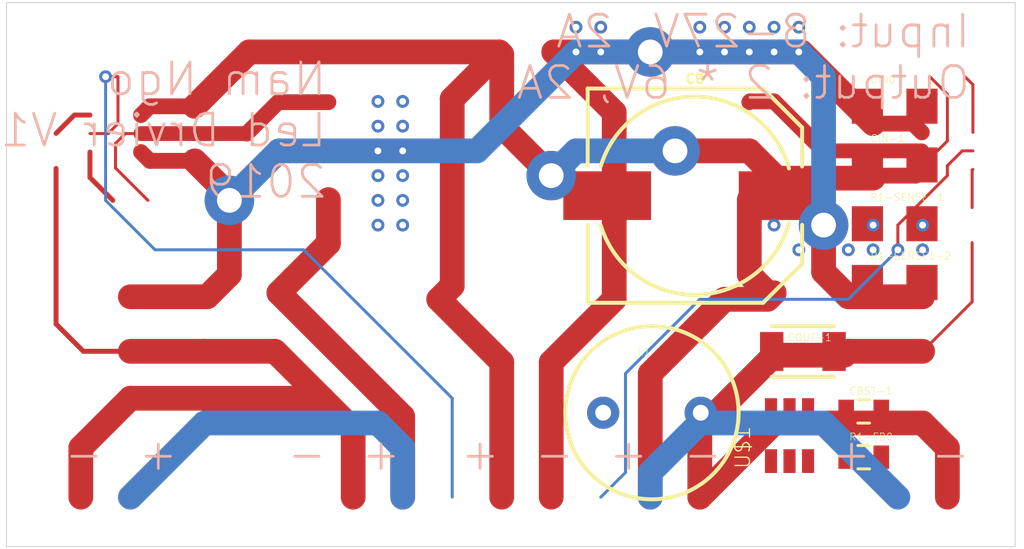
<source format=kicad_pcb>
(kicad_pcb (version 20241229) (generator "pcbnew") (generator_version "9.0")
  (layers (0 "F.Cu" signal) (2 "B.Cu" signal) (13 "F.Paste" user) (15 "B.Paste" user) (5 "F.SilkS" user "F.Silkscreen") (7 "B.SilkS" user "B.Silkscreen") (1 "F.Mask" user) (3 "B.Mask" user) (25 "Edge.Cuts" user))
  (net 0 "")
  (net 1 "+12V")
  (net 2 "GND")
  (net 3 "Net-(U$1-SW)")
  (net 4 "Net-(U$1-BST)")
  (net 5 "Net-(COUT-1-Pad1)")
  (net 6 "Net-(COUT-1-Pad2)")
  (net 7 "Net-(U$1-FB)")
  (net 8 "Net-(U$1-EN)")
  (footprint "BikeLight:NIC_10X10.5_CAP" (layer "F.Cu") (at 157.94 100.948)
    (property "Reference" "C8" (at 0 -5.715 0) (layer "F.SilkS") (effects (font (size 0.48768 0.48768) (thickness 0.12192)) (justify bottom)))
    (property "Value" "100uF")
    (fp_line (start -5.5 -5.5) (end 3.5 -5.5) (stroke (width 0.2032)) (layer "F.SilkS"))
    (fp_line (start -5.5 -1.5) (end -5.5 -5.5) (stroke (width 0.2032)) (layer "F.SilkS"))
    (fp_line (start -5.5 5.5) (end -5.5 1.5) (stroke (width 0.2032)) (layer "F.SilkS"))
    (fp_line (start -5.5 5.5) (end 3.5 5.5) (stroke (width 0.2032)) (layer "F.SilkS"))
    (fp_line (start 3.5 -5.5) (end 5.5 -3.5) (stroke (width 0.2032)) (layer "F.SilkS"))
    (fp_line (start 5.5 -3.5) (end 5.5 -1.5) (stroke (width 0.2032)) (layer "F.SilkS"))
    (fp_line (start 5.5 3.5) (end 3.5 5.5) (stroke (width 0.2032)) (layer "F.SilkS"))
    (fp_line (start 5.5 3.5) (end 5.5 1.5) (stroke (width 0.2032)) (layer "F.SilkS"))
    (fp_arc (start -4.826 -1.524) (mid 0.047728 -5.087792) (end 4.826001 -1.397) (stroke (width 0.2032)) (layer "F.SilkS"))
    (fp_arc (start 4.826001 1.397) (mid 0.047728 5.087792) (end -4.826 1.524) (stroke (width 0.2032)) (layer "F.SilkS"))
    (pad "+" smd rect (at 4.5 0) (size 4.5 2.5) (layers "F.Cu" "F.Mask" "F.Paste") (net 1 "+12V"))
    (pad "-" smd rect (at -4.5 0) (size 4.5 2.5) (layers "F.Cu" "F.Mask" "F.Paste") (net 2 "GND"))
  )
  (footprint "BikeLight:0805" (layer "F.Cu") (at 166.6 114.375)
    (property "Reference" "R1-FB0" (at -0.762 -0.8255 0) (layer "F.SilkS") (effects (font (size 0.373888 0.373888) (thickness 0.032512)) (justify left bottom)))
    (property "Value" "1k")
    (fp_line (start -0.3 -0.6) (end 0.3 -0.6) (stroke (width 0.1524)) (layer "F.SilkS"))
    (fp_line (start -0.3 0.6) (end 0.3 0.6) (stroke (width 0.1524)) (layer "F.SilkS"))
    (pad "1" smd rect (at -0.9 0) (size 0.8 1.2) (layers "F.Cu" "F.Mask" "F.Paste") (net 7 "Net-(U$1-FB)"))
    (pad "2" smd rect (at 0.9 0) (size 0.8 1.2) (layers "F.Cu" "F.Mask" "F.Paste") (net 6 "Net-(COUT-1-Pad2)"))
  )
  (footprint "BikeLight:1210" (layer "F.Cu") (at 163.48 108.948)
    (property "Reference" "COUT-1" (at -0.8 -0.5 0) (layer "F.SilkS") (effects (font (size 0.373888 0.373888) (thickness 0.032512)) (justify left bottom)))
    (property "Value" "10uf")
    (fp_line (start -1.6 -1.3) (end 1.6 -1.3) (stroke (width 0.2032)) (layer "F.SilkS"))
    (fp_line (start -1.6 1.3) (end 1.6 1.3) (stroke (width 0.2032)) (layer "F.SilkS"))
    (pad "1" smd rect (at -1.6 0) (size 1.2 2) (layers "F.Cu" "F.Mask" "F.Paste") (net 5 "Net-(COUT-1-Pad1)"))
    (pad "2" smd rect (at 1.6 0) (size 1.2 2) (layers "F.Cu" "F.Mask" "F.Paste") (net 6 "Net-(COUT-1-Pad2)"))
  )
  (footprint "BikeLight:0805" (layer "F.Cu") (at 166.6 112.0226)
    (property "Reference" "CBST-1" (at -0.762 -0.8255 0) (layer "F.SilkS") (effects (font (size 0.373888 0.373888) (thickness 0.032512)) (justify left bottom)))
    (property "Value" "10nF")
    (fp_line (start -0.3 -0.6) (end 0.3 -0.6) (stroke (width 0.1524)) (layer "F.SilkS"))
    (fp_line (start -0.3 0.6) (end 0.3 0.6) (stroke (width 0.1524)) (layer "F.SilkS"))
    (pad "1" smd rect (at -0.9 0) (size 0.8 1.2) (layers "F.Cu" "F.Mask" "F.Paste") (net 4 "Net-(U$1-BST)"))
    (pad "2" smd rect (at 0.9 0) (size 0.8 1.2) (layers "F.Cu" "F.Mask" "F.Paste") (net 3 "Net-(U$1-SW)"))
  )
  (footprint "BikeLight:RLB0912" (layer "F.Cu") (at 155.7366 112.093)
    (property "Reference" "L1" (at -0.762 -2.921 0) (layer "F.SilkS") (effects (font (size 0.373888 0.373888) (thickness 0.032512)) (justify left bottom)))
    (property "Value" "4.7uf")
    (fp_circle (center 0 0) (end 4.445 0) (stroke (width 0.2032)) (fill no) (layer "F.SilkS"))
    (pad "1" thru_hole circle (at 2.5019 0) (size 1.651 1.651) (drill 0.8128) (layers "*.Cu" "*.Mask") (net 3 "Net-(U$1-SW)"))
    (pad "2" thru_hole circle (at -2.5019 0) (size 1.651 1.651) (drill 0.8128) (layers "*.Cu" "*.Mask") (net 5 "Net-(COUT-1-Pad1)"))
  )
  (footprint "BikeLight:1206" (layer "F.Cu") (at 168.1884 96.3548)
    (property "Reference" "CIN0" (at -1.27 -1.143 0) (layer "F.SilkS") (effects (font (size 0.373888 0.373888) (thickness 0.032512)) (justify left bottom)))
    (property "Value" "4.7uf")
    (pad "1" smd rect (at -1.4 0) (size 1.6 1.8) (layers "F.Cu" "F.Mask" "F.Paste") (net 1 "+12V"))
    (pad "2" smd rect (at 1.4 0) (size 1.6 1.8) (layers "F.Cu" "F.Mask" "F.Paste") (net 2 "GND"))
  )
  (footprint "BikeLight:1206" (layer "F.Cu") (at 168.1884 99.3716)
    (property "Reference" "CIN-1" (at -1.27 -1.143 0) (layer "F.SilkS") (effects (font (size 0.373888 0.373888) (thickness 0.032512)) (justify left bottom)))
    (property "Value" "4.7uf")
    (pad "1" smd rect (at -1.4 0) (size 1.6 1.8) (layers "F.Cu" "F.Mask" "F.Paste") (net 1 "+12V"))
    (pad "2" smd rect (at 1.4 0) (size 1.6 1.8) (layers "F.Cu" "F.Mask" "F.Paste") (net 2 "GND"))
  )
  (footprint "BikeLight:TSOT23-6" (layer "F.Cu") (at 162.7935 113.2664)
    (property "Reference" "U$1" (at -1.96 1.755 90) (layer "F.SilkS") (effects (font (size 0.747776 0.747776) (thickness 0.065024)) (justify left bottom)))
    (property "Value" "MP2410")
    (pad "1" smd rect (at -0.95 1.31 270) (size 1.22 0.622) (layers "F.Cu" "F.Mask" "F.Paste") (net 2 "GND"))
    (pad "2" smd rect (at 0 1.31 270) (size 1.22 0.622) (layers "F.Cu" "F.Mask" "F.Paste") (net 3 "Net-(U$1-SW)"))
    (pad "3" smd rect (at 0.95 1.31 270) (size 1.22 0.622) (layers "F.Cu" "F.Mask" "F.Paste") (net 1 "+12V"))
    (pad "4" smd rect (at 0.95 -1.31 90) (size 1.22 0.622) (layers "F.Cu" "F.Mask" "F.Paste") (net 7 "Net-(U$1-FB)"))
    (pad "5" smd rect (at 0 -1.31 90) (size 1.22 0.622) (layers "F.Cu" "F.Mask" "F.Paste") (net 8 "Net-(U$1-EN)"))
    (pad "6" smd rect (at -0.95 -1.31 90) (size 1.22 0.622) (layers "F.Cu" "F.Mask" "F.Paste") (net 4 "Net-(U$1-BST)"))
  )
  (footprint "BikeLight:1206" (layer "F.Cu") (at 168.1884 105.4052)
    (property "Reference" "R1-SENSE1-2" (at -1.27 -1.143 0) (layer "F.SilkS") (effects (font (size 0.373888 0.373888) (thickness 0.032512)) (justify left bottom)))
    (property "Value" "200mO")
    (pad "1" smd rect (at -1.4 0) (size 1.6 1.8) (layers "F.Cu" "F.Mask" "F.Paste") (net 6 "Net-(COUT-1-Pad2)"))
    (pad "2" smd rect (at 1.4 0) (size 1.6 1.8) (layers "F.Cu" "F.Mask" "F.Paste") (net 2 "GND"))
  )
  (footprint "BikeLight:1206" (layer "F.Cu") (at 168.1884 102.3884)
    (property "Reference" "R1-SENSE-1" (at -1.27 -1.143 0) (layer "F.SilkS") (effects (font (size 0.373888 0.373888) (thickness 0.032512)) (justify left bottom)))
    (property "Value" "100mO")
    (pad "1" smd rect (at -1.4 0) (size 1.6 1.8) (layers "F.Cu" "F.Mask" "F.Paste") (net 6 "Net-(COUT-1-Pad2)"))
    (pad "2" smd rect (at 1.4 0) (size 1.6 1.8) (layers "F.Cu" "F.Mask" "F.Paste") (net 2 "GND"))
  )
  (gr_line (start 122.6311 118.9686) (end 174.3711 118.9686) (stroke (width 0.05)) (layer "Edge.Cuts"))
  (gr_line (start 174.3711 91.0386) (end 122.6311 91.0386) (stroke (width 0.05)) (layer "Edge.Cuts"))
  (gr_line (start 174.3711 118.9686) (end 174.3711 91.0386) (stroke (width 0.05)) (layer "Edge.Cuts"))
  (gr_line (start 122.6311 91.0386) (end 122.6311 118.9686) (stroke (width 0.05)) (layer "Edge.Cuts"))
  (gr_text "-" (at 127.7111 115.1586 -0) (layer "B.SilkS") (effects (font (size 1.63576 1.63576) (thickness 0.14224)) (justify left bottom mirror)))
  (gr_text "+" (at 142.9511 115.1586 -0) (layer "B.SilkS") (effects (font (size 1.63576 1.63576) (thickness 0.14224)) (justify left bottom mirror)))
  (gr_text "-" (at 172.1611 115.1586 -0) (layer "B.SilkS") (effects (font (size 1.63576 1.63576) (thickness 0.14224)) (justify left bottom mirror)))
  (gr_text "Nam Ngo\nLed Drvier V1\n2019\n" (at 139.1411 101.1886 -0) (layer "B.SilkS") (effects (font (size 1.63576 1.63576) (thickness 0.14224)) (justify left bottom mirror)))
  (gr_text "-" (at 151.8411 115.1586 -0) (layer "B.SilkS") (effects (font (size 1.63576 1.63576) (thickness 0.14224)) (justify left bottom mirror)))
  (gr_text "Input: 8-27V, 2A\nOutput: 2 * 6V, 2A" (at 172.1611 96.1086 -0) (layer "B.SilkS") (effects (font (size 1.63576 1.63576) (thickness 0.14224)) (justify left bottom mirror)))
  (gr_text "+" (at 148.0311 115.1586 -0) (layer "B.SilkS") (effects (font (size 1.63576 1.63576) (thickness 0.14224)) (justify left bottom mirror)))
  (gr_text "+" (at 155.6511 115.1586 -0) (layer "B.SilkS") (effects (font (size 1.63576 1.63576) (thickness 0.14224)) (justify left bottom mirror)))
  (gr_text "-" (at 159.4611 115.1586 -0) (layer "B.SilkS") (effects (font (size 1.63576 1.63576) (thickness 0.14224)) (justify left bottom mirror)))
  (gr_text "+" (at 167.0811 115.1586 -0) (layer "B.SilkS") (effects (font (size 1.63576 1.63576) (thickness 0.14224)) (justify left bottom mirror)))
  (gr_text "-" (at 139.1411 115.1586 -0) (layer "B.SilkS") (effects (font (size 1.63576 1.63576) (thickness 0.14224)) (justify left bottom mirror)))
  (gr_text "+" (at 131.5211 115.1586 -0) (layer "B.SilkS") (effects (font (size 1.63576 1.63576) (thickness 0.14224)) (justify left bottom mirror)))
  (segment (start 170.3831 98.6486) (end 169.5811 98.6486) (width 0.1524) (layer "F.Cu") (net 0))
  (segment (start 172.2011 95.2486) (end 171.7911 94.8386) (width 0.1524) (layer "F.Cu") (net 0))
  (segment (start 128.3461 97.2516) (end 128.3461 94.8386) (width 0.1524) (layer "F.Cu") (net 0))
  (segment (start 126.4411 116.4286) (end 126.4411 113.8886) (width 1.27) (layer "F.Cu") (net 0))
  (segment (start 125.1711 97.7486) (end 126.1101 96.8096) (width 0.254) (layer "F.Cu") (net 0))
  (segment (start 128.0811 101.1886) (end 126.9091 100.0166) (width 0.254) (layer "F.Cu") (net 0))
  (segment (start 136.563 96.1467) (end 139.1411 96.1467) (width 0.8128) (layer "F.Cu") (net 0))
  (segment (start 127.8381 97.7596) (end 128.3461 97.2516) (width 0.1524) (layer "F.Cu") (net 0))
  (segment (start 160.7311 101.1505) (end 160.7311 104.9986) (width 1.27) (layer "F.Cu") (net 0))
  (segment (start 158.1911 112.9486) (end 162.0011 109.1386) (width 1.27) (layer "F.Cu") (net 0))
  (segment (start 172.1611 101.5586) (end 172.1611 99.6386) (width 0.1524) (layer "F.Cu") (net 0))
  (segment (start 155.6511 110.0786) (end 159.4611 106.2686) (width 1.27) (layer "F.Cu") (net 0))
  (segment (start 129.5291 97.7596) (end 134.9501 97.7596) (width 0.762) (layer "F.Cu") (net 0))
  (segment (start 158.1911 116.4286) (end 162.0011 112.6186) (width 1.27) (layer "F.Cu") (net 0))
  (segment (start 136.6011 109.1386) (end 138.8111 111.3486) (width 1.27) (layer "F.Cu") (net 0))
  (segment (start 172.1611 99.6386) (end 172.2011 99.5986) (width 0.1524) (layer "F.Cu") (net 0))
  (segment (start 125.1711 107.5386) (end 126.5711 108.9386) (width 0.254) (layer "F.Cu") (net 0))
  (segment (start 126.4411 113.8886) (end 128.9811 111.3486) (width 1.27) (layer "F.Cu") (net 0))
  (segment (start 128.3461 94.8386) (end 127.7111 94.8386) (width 0.1524) (layer "F.Cu") (net 0))
  (segment (start 169.6211 112.6186) (end 170.8911 113.8886) (width 1.27) (layer "F.Cu") (net 0))
  (segment (start 128.2191 99.5266) (end 129.8811 101.1886) (width 0.1524) (layer "F.Cu") (net 0))
  (segment (start 158.1911 116.4286) (end 158.1911 112.9486) (width 1.27) (layer "F.Cu") (net 0))
  (segment (start 172.1611 106.3986) (end 172.1611 103.3586) (width 0.1524) (layer "F.Cu") (net 0))
  (segment (start 162.0011 112.6186) (end 169.6211 112.6186) (width 1.27) (layer "F.Cu") (net 0))
  (segment (start 169.9911 94.8386) (end 170.8911 95.7386) (width 0.1524) (layer "F.Cu") (net 0))
  (segment (start 128.9811 111.3486) (end 138.8111 111.3486) (width 1.27) (layer "F.Cu") (net 0))
  (segment (start 170.8911 98.1406) (end 170.3831 98.6486) (width 0.1524) (layer "F.Cu") (net 0))
  (segment (start 128.2191 98.2676) (end 128.2191 99.5266) (width 0.1524) (layer "F.Cu") (net 0))
  (segment (start 155.6511 116.4286) (end 155.6511 110.0786) (width 1.27) (layer "F.Cu") (net 0))
  (segment (start 169.6211 108.9386) (end 172.1611 106.3986) (width 0.1524) (layer "F.Cu") (net 0))
  (segment (start 134.9501 97.7596) (end 136.563 96.1467) (width 0.8128) (layer "F.Cu") (net 0))
  (segment (start 162.0011 105.9386) (end 161.6711 106.2686) (width 1.27) (layer "F.Cu") (net 0))
  (segment (start 128.7271 97.7596) (end 128.2191 98.2676) (width 0.1524) (layer "F.Cu") (net 0))
  (segment (start 126.9091 100.0166) (end 126.9091 98.7096) (width 0.254) (layer "F.Cu") (net 0))
  (segment (start 142.9511 112.2886) (end 142.9511 116.4286) (width 1.27) (layer "F.Cu") (net 0))
  (segment (start 162.0011 96.1086) (end 160.7692 96.1086) (width 0.8128) (layer "F.Cu") (net 0))
  (segment (start 126.5711 108.9386) (end 128.9811 108.9386) (width 0.254) (layer "F.Cu") (net 0))
  (segment (start 172.2011 97.6986) (end 172.2011 95.2486) (width 0.1524) (layer "F.Cu") (net 0))
  (segment (start 170.8911 113.8886) (end 170.8911 116.4286) (width 1.27) (layer "F.Cu") (net 0))
  (segment (start 132.7911 108.9386) (end 136.4011 108.9386) (width 1.27) (layer "F.Cu") (net 0))
  (segment (start 140.4111 112.9486) (end 140.4111 116.4286) (width 1.27) (layer "F.Cu") (net 0))
  (segment (start 138.8111 111.3486) (end 140.4111 112.9486) (width 1.27) (layer "F.Cu") (net 0))
  (segment (start 128.9811 108.9386) (end 132.7911 108.9386) (width 1.27) (layer "F.Cu") (net 0))
  (segment (start 126.9091 97.7596) (end 127.8381 97.7596) (width 0.1524) (layer "F.Cu") (net 0))
  (segment (start 136.6011 105.9386) (end 142.9511 112.2886) (width 1.27) (layer "F.Cu") (net 0))
  (segment (start 165.8111 108.9386) (end 169.6211 108.9386) (width 1.27) (layer "F.Cu") (net 0))
  (segment (start 136.6011 105.9386) (end 139.1411 103.3986) (width 1.27) (layer "F.Cu") (net 0))
  (segment (start 164.5411 98.6486) (end 162.0011 96.1086) (width 0.8128) (layer "F.Cu") (net 0))
  (segment (start 170.8911 95.7386) (end 170.8911 98.1406) (width 0.1524) (layer "F.Cu") (net 0))
  (segment (start 169.5811 98.6486) (end 164.5411 98.6486) (width 0.762) (layer "F.Cu") (net 0))
  (segment (start 160.7311 104.9986) (end 161.6711 105.9386) (width 1.27) (layer "F.Cu") (net 0))
  (segment (start 125.1711 99.5486) (end 125.1711 107.5386) (width 0.254) (layer "F.Cu") (net 0))
  (segment (start 160.7692 96.1086) (end 160.7311 96.1467) (width 0.8128) (layer "F.Cu") (net 0))
  (segment (start 126.1101 96.8096) (end 126.9091 96.8096) (width 0.254) (layer "F.Cu") (net 0))
  (segment (start 129.5291 97.7596) (end 128.7271 97.7596) (width 0.1524) (layer "F.Cu") (net 0))
  (segment (start 162.0011 109.1386) (end 165.6111 109.1386) (width 1.27) (layer "F.Cu") (net 0))
  (segment (start 165.6111 109.1386) (end 165.8111 108.9386) (width 1.27) (layer "F.Cu") (net 0))
  (segment (start 139.1411 103.3986) (end 139.1411 101.1505) (width 1.27) (layer "F.Cu") (net 0))
  (segment (start 161.6711 105.9386) (end 162.0011 105.9386) (width 1.27) (layer "F.Cu") (net 0))
  (segment (start 136.4011 108.9386) (end 136.6011 109.1386) (width 1.27) (layer "F.Cu") (net 0))
  (segment (start 159.4611 106.2686) (end 161.6711 106.2686) (width 1.27) (layer "F.Cu") (net 0))
  (via (at 127.7111 94.8386) (size 0.6548) (drill 0.35) (layers "F.Cu" "B.Cu") (net 0))
  (segment (start 127.7111 101.1886) (end 130.2511 103.7286) (width 0.1524) (layer "B.Cu") (net 0))
  (segment (start 137.8711 103.7286) (end 145.4911 111.3486) (width 0.1524) (layer "B.Cu") (net 0))
  (segment (start 141.6811 112.6186) (end 132.7911 112.6186) (width 1.27) (layer "B.Cu") (net 0))
  (segment (start 127.7111 94.8386) (end 127.7111 101.1886) (width 0.1524) (layer "B.Cu") (net 0))
  (segment (start 142.9511 113.8886) (end 142.9511 116.4286) (width 1.27) (layer "B.Cu") (net 0))
  (segment (start 155.6511 115.1586) (end 155.6511 116.4286) (width 1.27) (layer "B.Cu") (net 0))
  (segment (start 130.2511 103.7286) (end 137.8711 103.7286) (width 0.1524) (layer "B.Cu") (net 0))
  (segment (start 142.9511 113.8886) (end 141.6811 112.6186) (width 1.27) (layer "B.Cu") (net 0))
  (segment (start 158.1911 112.6186) (end 155.6511 115.1586) (width 1.27) (layer "B.Cu") (net 0))
  (segment (start 145.4911 111.3486) (end 145.4911 116.4286) (width 0.1524) (layer "B.Cu") (net 0))
  (segment (start 168.3511 116.4286) (end 164.5411 112.6186) (width 1.27) (layer "B.Cu") (net 0))
  (segment (start 164.5411 112.6186) (end 158.1911 112.6186) (width 1.27) (layer "B.Cu") (net 0))
  (segment (start 132.7911 112.6186) (end 128.9811 116.4286) (width 1.27) (layer "B.Cu") (net 0))
  (segment (start 129.5291 96.8096) (end 129.9791 96.3596) (width 0.8128) (layer "F.Cu") (net 1))
  (segment (start 144.8011 106.2686) (end 145.4911 105.5786) (width 1.27) (layer "F.Cu") (net 1))
  (segment (start 132.2831 96.3596) (end 135.0741 93.5686) (width 1.27) (layer "F.Cu") (net 1))
  (segment (start 167.0811 100.0486) (end 167.2111 99.9186) (width 0.8128) (layer "F.Cu") (net 1))
  (segment (start 135.0741 93.5686) (end 147.9011 93.5686) (width 1.27) (layer "F.Cu") (net 1))
  (segment (start 148.0311 109.4986) (end 144.8011 106.2686) (width 1.27) (layer "F.Cu") (net 1))
  (segment (start 145.4911 95.9786) (end 147.9011 93.5686) (width 1.27) (layer "F.Cu") (net 1))
  (segment (start 160.7311 98.6486) (end 162.1311 100.0486) (width 1.27) (layer "F.Cu") (net 1))
  (segment (start 145.4911 105.5786) (end 145.4911 95.9786) (width 1.27) (layer "F.Cu") (net 1))
  (segment (start 129.9791 96.3596) (end 132.2831 96.3596) (width 0.8128) (layer "F.Cu") (net 1))
  (segment (start 148.0311 93.6986) (end 148.0311 97.3786) (width 1.27) (layer "F.Cu") (net 1))
  (segment (start 167.2111 99.9186) (end 169.2611 99.9186) (width 0.8128) (layer "F.Cu") (net 1))
  (segment (start 162.1311 100.0486) (end 167.0811 100.0486) (width 1.27) (layer "F.Cu") (net 1))
  (segment (start 156.9211 98.6486) (end 160.7311 98.6486) (width 1.27) (layer "F.Cu") (net 1))
  (segment (start 148.0311 97.3786) (end 150.5711 99.9186) (width 1.27) (layer "F.Cu") (net 1))
  (segment (start 147.9011 93.5686) (end 148.0311 93.6986) (width 1.27) (layer "F.Cu") (net 1))
  (segment (start 169.2611 99.9186) (end 169.5811 99.5986) (width 0.8128) (layer "F.Cu") (net 1))
  (segment (start 148.0311 116.4286) (end 148.0311 109.4986) (width 1.27) (layer "F.Cu") (net 1))
  (via (at 156.9211 98.6486) (size 2.54) (drill 1.27) (layers "F.Cu" "B.Cu") (net 1))
  (via (at 150.5711 99.9186) (size 2.54) (drill 1.27) (layers "F.Cu" "B.Cu") (net 1))
  (segment (start 150.5711 99.9186) (end 151.8411 98.6486) (width 1.27) (layer "B.Cu") (net 1))
  (segment (start 151.8411 98.6486) (end 156.9211 98.6486) (width 1.27) (layer "B.Cu") (net 1))
  (segment (start 134.0611 101.1886) (end 134.0611 100.9376) (width 1.27) (layer "F.Cu") (net 2))
  (segment (start 158.1911 93.5686) (end 159.4611 93.5686) (width 1.27) (layer "F.Cu") (net 2))
  (segment (start 151.8411 93.5686) (end 150.7011 93.5686) (width 1.27) (layer "F.Cu") (net 2))
  (segment (start 171.6531 98.6486) (end 172.2011 98.6486) (width 0.1524) (layer "F.Cu") (net 2))
  (segment (start 170.8911 99.9186) (end 170.8911 99.4106) (width 0.1524) (layer "F.Cu") (net 2))
  (segment (start 153.8011 96.6686) (end 150.7011 93.5686) (width 1.27) (layer "F.Cu") (net 2))
  (segment (start 134.0611 100.9376) (end 132.2831 99.1596) (width 1.27) (layer "F.Cu") (net 2))
  (segment (start 153.1111 93.5686) (end 151.8411 93.5686) (width 1.27) (layer "F.Cu") (net 2))
  (segment (start 150.5711 109.4986) (end 150.5711 116.4286) (width 1.27) (layer "F.Cu") (net 2))
  (segment (start 153.8011 106.2686) (end 150.5711 109.4986) (width 1.27) (layer "F.Cu") (net 2))
  (segment (start 168.3511 103.7286) (end 168.3511 102.4586) (width 0.1524) (layer "F.Cu") (net 2))
  (segment (start 170.8911 99.4106) (end 171.6531 98.6486) (width 0.1524) (layer "F.Cu") (net 2))
  (segment (start 165.8111 106.1386) (end 164.5411 104.8686) (width 1.27) (layer "F.Cu") (net 2))
  (segment (start 160.7311 93.5686) (end 162.0011 93.5686) (width 1.27) (layer "F.Cu") (net 2))
  (segment (start 153.8011 106.2686) (end 153.8011 96.6686) (width 1.27) (layer "F.Cu") (net 2))
  (segment (start 169.6211 106.1386) (end 165.8111 106.1386) (width 1.27) (layer "F.Cu") (net 2))
  (segment (start 164.5411 104.8686) (end 164.5411 102.4586) (width 1.27) (layer "F.Cu") (net 2))
  (segment (start 134.0611 104.9986) (end 134.0611 101.1886) (width 1.27) (layer "F.Cu") (net 2))
  (segment (start 163.4011 93.5686) (end 167.0811 97.2486) (width 1.27) (layer "F.Cu") (net 2))
  (segment (start 129.9791 99.1596) (end 132.2831 99.1596) (width 0.8128) (layer "F.Cu") (net 2))
  (segment (start 159.4611 93.5686) (end 160.7311 93.5686) (width 1.27) (layer "F.Cu") (net 2))
  (segment (start 162.0011 93.5686) (end 163.2711 93.5686) (width 1.27) (layer "F.Cu") (net 2))
  (segment (start 168.3511 102.4586) (end 170.8911 99.9186) (width 0.1524) (layer "F.Cu") (net 2))
  (segment (start 169.1311 97.2486) (end 167.0811 97.2486) (width 0.8128) (layer "F.Cu") (net 2))
  (segment (start 169.5811 97.6986) (end 169.1311 97.2486) (width 0.8128) (layer "F.Cu") (net 2))
  (segment (start 155.6511 93.5686) (end 153.1111 93.5686) (width 1.27) (layer "F.Cu") (net 2))
  (segment (start 129.5291 98.7096) (end 129.9791 99.1596) (width 0.8128) (layer "F.Cu") (net 2))
  (segment (start 128.9811 106.1386) (end 132.7911 106.1386) (width 1.27) (layer "F.Cu") (net 2))
  (segment (start 132.9211 106.1386) (end 134.0611 104.9986) (width 1.27) (layer "F.Cu") (net 2))
  (segment (start 163.2711 93.5686) (end 163.4011 93.5686) (width 1.27) (layer "F.Cu") (net 2))
  (segment (start 155.6511 93.5686) (end 158.1911 93.5686) (width 1.27) (layer "F.Cu") (net 2))
  (segment (start 132.7911 106.1386) (end 132.9211 106.1386) (width 1.27) (layer "F.Cu") (net 2))
  (via (at 134.0611 101.1886) (size 2.54) (drill 1.27) (layers "F.Cu" "B.Cu") (net 2))
  (via (at 163.2711 103.7286) (size 0.6548) (drill 0.35) (layers "F.Cu" "B.Cu") (net 2))
  (via (at 141.6811 96.1086) (size 0.6548) (drill 0.35) (layers "F.Cu" "B.Cu") (net 2))
  (via (at 159.4611 93.5686) (size 0.6548) (drill 0.35) (layers "F.Cu" "B.Cu") (net 2))
  (via (at 162.0011 93.5686) (size 0.6548) (drill 0.35) (layers "F.Cu" "B.Cu") (net 2))
  (via (at 169.6211 102.4586) (size 0.6548) (drill 0.35) (layers "F.Cu" "B.Cu") (net 2))
  (via (at 142.9511 97.3786) (size 0.6548) (drill 0.35) (layers "F.Cu" "B.Cu") (net 2))
  (via (at 164.5411 102.4586) (size 2.54) (drill 1.27) (layers "F.Cu" "B.Cu") (net 2))
  (via (at 142.9511 98.6486) (size 0.6548) (drill 0.35) (layers "F.Cu" "B.Cu") (net 2))
  (via (at 160.7311 93.5686) (size 0.6548) (drill 0.35) (layers "F.Cu" "B.Cu") (net 2))
  (via (at 142.9511 101.1886) (size 0.6548) (drill 0.35) (layers "F.Cu" "B.Cu") (net 2))
  (via (at 162.0011 102.4586) (size 0.6548) (drill 0.35) (layers "F.Cu" "B.Cu") (net 2))
  (via (at 169.6211 103.7286) (size 0.6548) (drill 0.35) (layers "F.Cu" "B.Cu") (net 2))
  (via (at 162.0011 92.2986) (size 0.6548) (drill 0.35) (layers "F.Cu" "B.Cu") (net 2))
  (via (at 141.6811 98.6486) (size 0.6548) (drill 0.35) (layers "F.Cu" "B.Cu") (net 2))
  (via (at 141.6811 99.9186) (size 0.6548) (drill 0.35) (layers "F.Cu" "B.Cu") (net 2))
  (via (at 153.1111 92.2986) (size 0.6548) (drill 0.35) (layers "F.Cu" "B.Cu") (net 2))
  (via (at 141.6811 102.4586) (size 0.6548) (drill 0.35) (layers "F.Cu" "B.Cu") (net 2))
  (via (at 151.8411 92.2986) (size 0.6548) (drill 0.35) (layers "F.Cu" "B.Cu") (net 2))
  (via (at 142.9511 102.4586) (size 0.6548) (drill 0.35) (layers "F.Cu" "B.Cu") (net 2))
  (via (at 168.3511 103.7286) (size 0.6548) (drill 0.35) (layers "F.Cu" "B.Cu") (net 2))
  (via (at 165.8111 103.7286) (size 0.6548) (drill 0.35) (layers "F.Cu" "B.Cu") (net 2))
  (via (at 158.1911 93.5686) (size 0.6548) (drill 0.35) (layers "F.Cu" "B.Cu") (net 2))
  (via (at 141.6811 101.1886) (size 0.6548) (drill 0.35) (layers "F.Cu" "B.Cu") (net 2))
  (via (at 163.2711 92.2986) (size 0.6548) (drill 0.35) (layers "F.Cu" "B.Cu") (net 2))
  (via (at 151.8411 93.5686) (size 0.6548) (drill 0.35) (layers "F.Cu" "B.Cu") (net 2))
  (via (at 141.6811 97.3786) (size 0.6548) (drill 0.35) (layers "F.Cu" "B.Cu") (net 2))
  (via (at 153.1111 93.5686) (size 0.6548) (drill 0.35) (layers "F.Cu" "B.Cu") (net 2))
  (via (at 160.7311 92.2986) (size 0.6548) (drill 0.35) (layers "F.Cu" "B.Cu") (net 2))
  (via (at 158.1911 92.2986) (size 0.6548) (drill 0.35) (layers "F.Cu" "B.Cu") (net 2))
  (via (at 142.9511 96.1086) (size 0.6548) (drill 0.35) (layers "F.Cu" "B.Cu") (net 2))
  (via (at 167.0811 103.7286) (size 0.6548) (drill 0.35) (layers "F.Cu" "B.Cu") (net 2))
  (via (at 163.2711 93.5686) (size 0.6548) (drill 0.35) (layers "F.Cu" "B.Cu") (net 2))
  (via (at 155.6511 93.5686) (size 2.54) (drill 1.27) (layers "F.Cu" "B.Cu") (net 2))
  (via (at 159.4611 92.2986) (size 0.6548) (drill 0.35) (layers "F.Cu" "B.Cu") (net 2))
  (via (at 142.9511 99.9186) (size 0.6548) (drill 0.35) (layers "F.Cu" "B.Cu") (net 2))
  (segment (start 151.8411 93.5686) (end 153.1111 93.5686) (width 1.27) (layer "B.Cu") (net 2))
  (segment (start 160.7311 93.5686) (end 159.4611 93.5686) (width 1.27) (layer "B.Cu") (net 2))
  (segment (start 158.1911 106.2686) (end 165.8111 106.2686) (width 0.1524) (layer "B.Cu") (net 2))
  (segment (start 165.8111 106.2686) (end 168.3511 103.7286) (width 0.1524) (layer "B.Cu") (net 2))
  (segment (start 154.3811 115.1586) (end 154.3811 110.0786) (width 0.1524) (layer "B.Cu") (net 2))
  (segment (start 164.5411 94.8386) (end 163.2711 93.5686) (width 1.27) (layer "B.Cu") (net 2))
  (segment (start 146.7611 98.6486) (end 151.8411 93.5686) (width 1.27) (layer "B.Cu") (net 2))
  (segment (start 141.6811 98.6486) (end 142.9511 98.6486) (width 1.27) (layer "B.Cu") (net 2))
  (segment (start 164.5411 102.4586) (end 164.5411 94.8386) (width 1.27) (layer "B.Cu") (net 2))
  (segment (start 154.3811 110.0786) (end 158.1911 106.2686) (width 0.1524) (layer "B.Cu") (net 2))
  (segment (start 153.1111 116.4286) (end 154.3811 115.1586) (width 0.1524) (layer "B.Cu") (net 2))
  (segment (start 136.6011 98.6486) (end 141.6811 98.6486) (width 1.27) (layer "B.Cu") (net 2))
  (segment (start 158.1911 93.5686) (end 155.6511 93.5686) (width 1.27) (layer "B.Cu") (net 2))
  (segment (start 163.2711 93.5686) (end 162.0011 93.5686) (width 1.27) (layer "B.Cu") (net 2))
  (segment (start 153.1111 93.5686) (end 155.6511 93.5686) (width 1.27) (layer "B.Cu") (net 2))
  (segment (start 162.0011 93.5686) (end 160.7311 93.5686) (width 1.27) (layer "B.Cu") (net 2))
  (segment (start 134.0611 101.1886) (end 136.6011 98.6486) (width 1.27) (layer "B.Cu") (net 2))
  (segment (start 159.4611 93.5686) (end 158.1911 93.5686) (width 1.27) (layer "B.Cu") (net 2))
  (segment (start 142.9511 98.6486) (end 146.7611 98.6486) (width 1.27) (layer "B.Cu") (net 2))
  (via (at 167.0811 102.4586) (size 0.6548) (drill 0.35) (layers "F.Cu" "B.Cu") (net 6))
)
</source>
